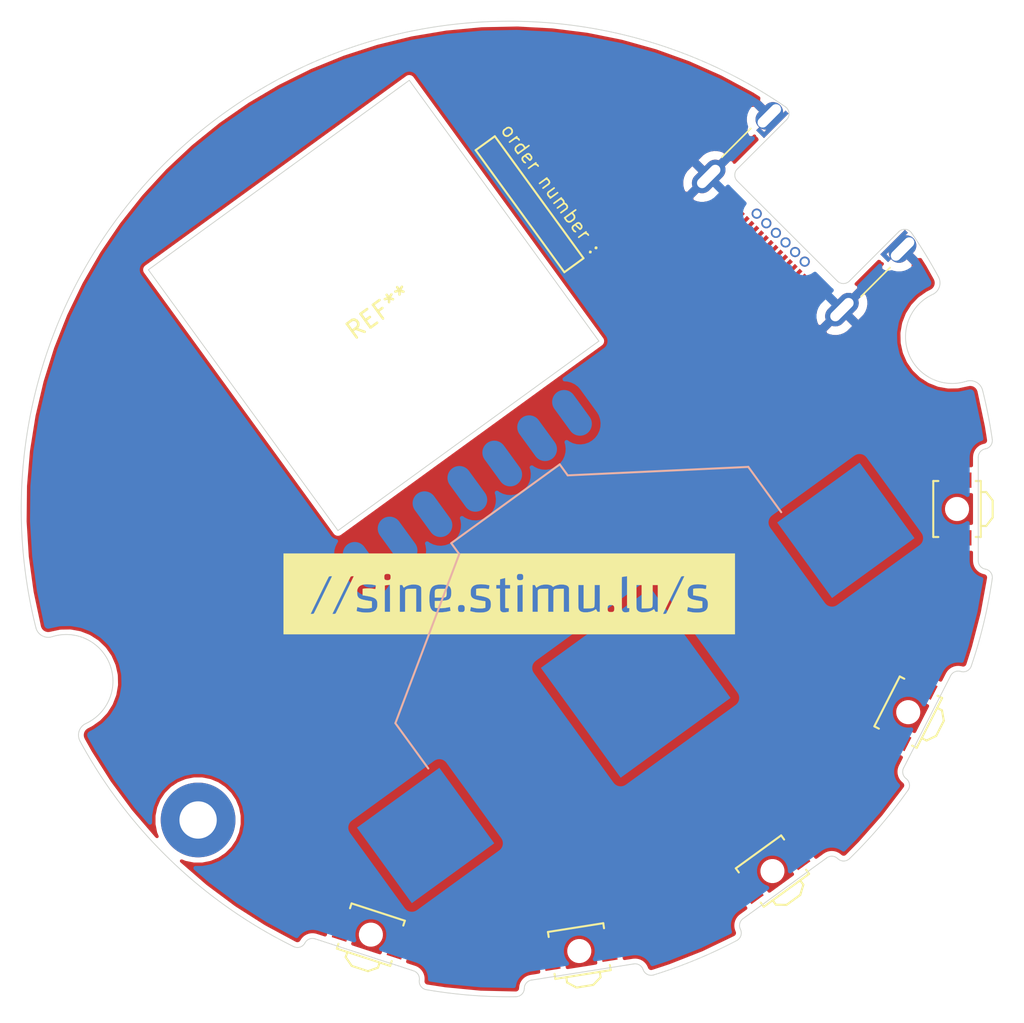
<source format=kicad_pcb>
(kicad_pcb (version 20190421) (host pcbnew "6.0.0-unknown-589a37b~86~ubuntu18.04.1")
  (layers (0 "F.Cu" signal) (31 "B.Cu" signal) (34 "B.Paste" user) (35 "F.Paste" user) (36 "B.SilkS" user) (37 "F.SilkS" user) (38 "B.Mask" user) (39 "F.Mask" user) (44 "Edge.Cuts" user))
  (net 0 "")
  (net 1 "Net-(J1-PadSH)")
  (module "0_stimulu-common:NavSpark_SPU500F8" (layer "F.Cu") (at 143.61114 96.125 36)
    (fp_text reference "REF**" (at 0.000001 0.5 36) (layer "F.SilkS"))
    (fp_text value "NavSpark_SPU500F8")
    (pad "7" smd oval (at 5.74 12 36) (size 1.4 3) (layers "B.Cu" "B.Paste" "B.Mask"))
    (pad "6" smd oval (at 3.2 12 36) (size 1.4 3) (layers "B.Cu" "B.Paste" "B.Mask"))
    (pad "5" smd oval (at 0.66 12 36) (size 1.4 3) (layers "B.Cu" "B.Paste" "B.Mask"))
    (pad "4" smd oval (at -1.88 12 36) (size 1.4 3) (layers "B.Cu" "B.Paste" "B.Mask"))
    (pad "3" smd oval (at -4.42 12 36) (size 1.4 3) (layers "B.Cu" "B.Paste" "B.Mask"))
    (pad "2" smd oval (at -6.96 12 36) (size 1.4 3) (layers "B.Cu" "B.Paste" "B.Mask"))
    (pad "1" smd oval (at -9.5 12 36) (size 1.4 3) (layers "B.Cu" "B.Paste" "B.Mask"))
  )
  (module "0_stimulu-common:sinestimulus_logo" (layer "F.Cu") (at 151.61114 113.125)
    (fp_text reference "G***" hide)
    (fp_text value "LOGO" hide)
    (fp_poly (pts (xy 0.674994 -1.183772) (xy 0.710394 -1.180937) (xy 0.738933 -1.176215) (xy 0.750706 -1.172707) (xy 0.779663 -1.157071) (xy 0.801821 -1.134525) (xy 0.817671 -1.103966) (xy 0.827702 -1.064291) (xy 0.832401 -1.014399) (xy 0.832908 -0.987425) (xy 0.830408 -0.932912) (xy 0.822599 -0.889182) (xy 0.809012 -0.855278) (xy 0.789182 -0.830244) (xy 0.76264 -0.813123) (xy 0.744711 -0.806645) (xy 0.721445 -0.802174) (xy 0.689729 -0.798934) (xy 0.653764 -0.797071) (xy 0.617753 -0.796734) (xy 0.585899 -0.79807) (xy 0.566617 -0.800374) (xy 0.527307 -0.810211) (xy 0.496681 -0.824826) (xy 0.473868 -0.845538) (xy 0.457998 -0.873669) (xy 0.448198 -0.910538) (xy 0.443599 -0.957467) (xy 0.442971 -0.987833) (xy 0.445554 -1.043284) (xy 0.453729 -1.088046) (xy 0.467966 -1.123052) (xy 0.488737 -1.149235) (xy 0.516511 -1.167526) (xy 0.537561 -1.175344) (xy 0.564015 -1.180507) (xy 0.598165 -1.183602) (xy 0.636371 -1.184676) (xy 0.674994 -1.183772)) (layer "F.Cu") (width 0.01))
    (fp_poly (pts (xy -7.129777 -1.183023) (xy -7.091367 -1.178946) (xy -7.061451 -1.171562) (xy -7.038038 -1.160389) (xy -7.020137 -1.145964) (xy -7.005286 -1.127448) (xy -6.994505 -1.104655) (xy -6.98732 -1.075582) (xy -6.983256 -1.038226) (xy -6.98184 -0.990585) (xy -6.981825 -0.98425) (xy -6.983466 -0.933326) (xy -6.988897 -0.893156) (xy -6.998882 -0.862158) (xy -7.014183 -0.838754) (xy -7.035563 -0.821361) (xy -7.063786 -0.808401) (xy -7.067323 -0.807184) (xy -7.08761 -0.802792) (xy -7.116784 -0.799483) (xy -7.151064 -0.797392) (xy -7.186673 -0.796657) (xy -7.219831 -0.797413) (xy -7.246759 -0.799797) (xy -7.25136 -0.800534) (xy -7.288517 -0.811017) (xy -7.319625 -0.82739) (xy -7.3421 -0.848089) (xy -7.349462 -0.859925) (xy -7.362382 -0.898174) (xy -7.369674 -0.945371) (xy -7.370982 -0.998909) (xy -7.370341 -1.012825) (xy -7.366804 -1.054213) (xy -7.361292 -1.085734) (xy -7.352999 -1.110168) (xy -7.341121 -1.130295) (xy -7.333608 -1.139587) (xy -7.314652 -1.157269) (xy -7.292136 -1.169945) (xy -7.26386 -1.178248) (xy -7.227627 -1.182812) (xy -7.181236 -1.184273) (xy -7.178675 -1.184275) (xy -7.129777 -1.183023)) (layer "F.Cu") (width 0.01))
    (fp_poly (pts (xy 3.170414 -0.552838) (xy 3.254073 -0.541705) (xy 3.326853 -0.52446) (xy 3.388687 -0.501135) (xy 3.43951 -0.471762) (xy 3.479255 -0.436374) (xy 3.507857 -0.395003) (xy 3.512487 -0.385457) (xy 3.527425 -0.352425) (xy 3.529119 0.357187) (xy 3.530814 1.0668) (xy 3.20675 1.0668) (xy 3.20675 -0.293334) (xy 2.986087 -0.290367) (xy 2.919988 -0.289345) (xy 2.865196 -0.288119) (xy 2.820318 -0.286539) (xy 2.783961 -0.284452) (xy 2.754732 -0.281708) (xy 2.731238 -0.278154) (xy 2.712086 -0.273639) (xy 2.695882 -0.268011) (xy 2.681235 -0.261119) (xy 2.672492 -0.256243) (xy 2.647137 -0.234949) (xy 2.626814 -0.205181) (xy 2.616301 -0.178547) (xy 2.615142 -0.16789) (xy 2.614089 -0.144854) (xy 2.613146 -0.10976) (xy 2.612315 -0.062931) (xy 2.611601 -0.004687) (xy 2.611006 0.064651) (xy 2.610534 0.14476) (xy 2.610188 0.235321) (xy 2.609971 0.336012) (xy 2.609886 0.446512) (xy 2.609885 0.455612) (xy 2.60985 1.0668) (xy 2.286 1.0668) (xy 2.286 -0.2921) (xy 2.103437 -0.292048) (xy 2.023369 -0.291579) (xy 1.954971 -0.290039) (xy 1.897241 -0.287157) (xy 1.849173 -0.282662) (xy 1.809765 -0.276282) (xy 1.778013 -0.267746) (xy 1.752911 -0.256784) (xy 1.733457 -0.243123) (xy 1.718647 -0.226493) (xy 1.707477 -0.206621) (xy 1.698942 -0.183238) (xy 1.698781 -0.182697) (xy 1.697139 -0.175867) (xy 1.695688 -0.166605) (xy 1.694419 -0.154145) (xy 1.69332 -0.137723) (xy 1.692378 -0.116575) (xy 1.691583 -0.089935) (xy 1.690922 -0.05704) (xy 1.690385 -0.017124) (xy 1.689959 0.030576) (xy 1.689634 0.086826) (xy 1.689397 0.15239) (xy 1.689238 0.228033) (xy 1.689143 0.31452) (xy 1.689103 0.412614) (xy 1.6891 0.458352) (xy 1.6891 1.0668) (xy 1.36525 1.0668) (xy 1.36525 -0.52705) (xy 1.515765 -0.52705) (xy 1.556395 -0.4509) (xy 1.574851 -0.417263) (xy 1.588925 -0.39416) (xy 1.599495 -0.380565) (xy 1.607438 -0.375454) (xy 1.613633 -0.377801) (xy 1.616137 -0.381102) (xy 1.625127 -0.389902) (xy 1.642969 -0.403118) (xy 1.66727 -0.419257) (xy 1.695639 -0.436829) (xy 1.725685 -0.454343) (xy 1.755017 -0.470307) (xy 1.776011 -0.480794) (xy 1.851302 -0.510644) (xy 1.935089 -0.533365) (xy 2.02513 -0.548612) (xy 2.119186 -0.556042) (xy 2.215016 -0.555309) (xy 2.247051 -0.553184) (xy 2.324689 -0.54425) (xy 2.391363 -0.530797) (xy 2.448111 -0.512459) (xy 2.495969 -0.488874) (xy 2.535976 -0.459676) (xy 2.549427 -0.44694) (xy 2.581445 -0.414406) (xy 2.603115 -0.429253) (xy 2.669122 -0.467819) (xy 2.744404 -0.500019) (xy 2.827011 -0.525429) (xy 2.91499 -0.543624) (xy 3.006393 -0.55418) (xy 3.099268 -0.55667) (xy 3.170414 -0.552838)) (layer "F.Cu") (width 0.01))
    (fp_poly (pts (xy 0.8001 1.0668) (xy 0.47625 1.0668) (xy 0.47625 -0.501075) (xy 0.496887 -0.504898) (xy 0.509097 -0.506929) (xy 0.531736 -0.510476) (xy 0.562669 -0.515214) (xy 0.59976 -0.520817) (xy 0.640872 -0.526958) (xy 0.658812 -0.529618) (xy 0.8001 -0.550515) (xy 0.8001 1.0668)) (layer "F.Cu") (width 0.01))
    (fp_poly (pts (xy -5.534693 -0.553198) (xy -5.453269 -0.543205) (xy -5.383068 -0.528094) (xy -5.323585 -0.507618) (xy -5.274313 -0.481533) (xy -5.234748 -0.449591) (xy -5.204384 -0.411547) (xy -5.19036 -0.385663) (xy -5.172075 -0.346075) (xy -5.170354 0.360362) (xy -5.168633 1.0668) (xy -5.49275 1.0668) (xy -5.49275 -0.293274) (xy -5.729288 -0.290377) (xy -5.796541 -0.289447) (xy -5.852462 -0.288367) (xy -5.898418 -0.287003) (xy -5.935778 -0.285221) (xy -5.965909 -0.282888) (xy -5.990178 -0.27987) (xy -6.009954 -0.276033) (xy -6.026604 -0.271244) (xy -6.041496 -0.26537) (xy -6.055557 -0.258507) (xy -6.082404 -0.238348) (xy -6.104612 -0.210122) (xy -6.116224 -0.185541) (xy -6.11764 -0.178563) (xy -6.118914 -0.165998) (xy -6.120057 -0.147223) (xy -6.121078 -0.121617) (xy -6.121986 -0.088558) (xy -6.122792 -0.047424) (xy -6.123504 0.002408) (xy -6.124134 0.061558) (xy -6.12469 0.130649) (xy -6.125182 0.210304) (xy -6.125621 0.301143) (xy -6.126014 0.403788) (xy -6.126175 0.452437) (xy -6.128114 1.0668) (xy -6.4516 1.0668) (xy -6.4516 -0.527441) (xy -6.373817 -0.525658) (xy -6.296033 -0.523875) (xy -6.254754 -0.446973) (xy -6.213475 -0.37007) (xy -6.170383 -0.400411) (xy -6.122265 -0.431259) (xy -6.068178 -0.460906) (xy -6.013263 -0.486721) (xy -5.96621 -0.504898) (xy -5.876438 -0.529743) (xy -5.779849 -0.546819) (xy -5.679966 -0.555731) (xy -5.580313 -0.556087) (xy -5.534693 -0.553198)) (layer "F.Cu") (width 0.01))
    (fp_poly (pts (xy -7.01675 1.0668) (xy -7.3406 1.0668) (xy -7.3406 0.282575) (xy -7.340588 0.183897) (xy -7.340551 0.088805) (xy -7.340492 -0.001937) (xy -7.340411 -0.087563) (xy -7.340311 -0.167309) (xy -7.340193 -0.240408) (xy -7.340059 -0.306096) (xy -7.33991 -0.363608) (xy -7.339747 -0.412179) (xy -7.339573 -0.451043) (xy -7.339389 -0.479435) (xy -7.339195 -0.49659) (xy -7.339013 -0.50179) (xy -7.332567 -0.502728) (xy -7.315248 -0.505297) (xy -7.288741 -0.509245) (xy -7.254731 -0.51432) (xy -7.214906 -0.520272) (xy -7.177088 -0.52593) (xy -7.01675 -0.54993) (xy -7.01675 1.0668)) (layer "F.Cu") (width 0.01))
    (fp_poly (pts (xy 6.027319 0.650986) (xy 6.053089 0.651603) (xy 6.071805 0.653155) (xy 6.086291 0.656067) (xy 6.09937 0.660767) (xy 6.113866 0.667682) (xy 6.118538 0.67006) (xy 6.141026 0.682846) (xy 6.156018 0.695754) (xy 6.167988 0.713155) (xy 6.173795 0.724035) (xy 6.188432 0.763138) (xy 6.197616 0.810747) (xy 6.200982 0.86373) (xy 6.198164 0.918958) (xy 6.197356 0.925884) (xy 6.189156 0.972965) (xy 6.176899 1.009344) (xy 6.159344 1.036702) (xy 6.13525 1.056719) (xy 6.103375 1.071076) (xy 6.08648 1.076056) (xy 6.054045 1.081763) (xy 6.01429 1.08472) (xy 5.971961 1.084926) (xy 5.931804 1.082382) (xy 5.898565 1.07709) (xy 5.894346 1.076026) (xy 5.860239 1.063849) (xy 5.833345 1.046904) (xy 5.81306 1.023943) (xy 5.798783 0.993719) (xy 5.789911 0.954983) (xy 5.785839 0.906487) (xy 5.785833 0.851495) (xy 5.786982 0.815954) (xy 5.788493 0.790134) (xy 5.790878 0.771059) (xy 5.794646 0.755752) (xy 5.800306 0.741235) (xy 5.807168 0.726932) (xy 5.819189 0.704974) (xy 5.831085 0.690433) (xy 5.847244 0.67892) (xy 5.864225 0.669925) (xy 5.879892 0.662363) (xy 5.893336 0.657124) (xy 5.907401 0.653781) (xy 5.92493 0.651909) (xy 5.948766 0.651083) (xy 5.981755 0.650878) (xy 5.991673 0.650875) (xy 6.027319 0.650986)) (layer "F.Cu") (width 0.01))
    (fp_poly (pts (xy -2.786973 0.650993) (xy -2.761213 0.651633) (xy -2.742439 0.653224) (xy -2.727795 0.656194) (xy -2.714423 0.660972) (xy -2.699468 0.667986) (xy -2.695575 0.669925) (xy -2.672372 0.682911) (xy -2.656792 0.696128) (xy -2.644376 0.713717) (xy -2.640068 0.721456) (xy -2.62597 0.757036) (xy -2.616336 0.801103) (xy -2.611702 0.85007) (xy -2.612604 0.900347) (xy -2.612881 0.903736) (xy -2.620054 0.956443) (xy -2.631916 0.998246) (xy -2.649081 1.030272) (xy -2.672162 1.053644) (xy -2.701773 1.069488) (xy -2.703704 1.0702) (xy -2.725354 1.075442) (xy -2.75598 1.07956) (xy -2.79189 1.082385) (xy -2.829397 1.083749) (xy -2.86481 1.083486) (xy -2.894441 1.081428) (xy -2.907093 1.079438) (xy -2.94644 1.067126) (xy -2.976379 1.047986) (xy -2.999055 1.020465) (xy -3.006057 1.007801) (xy -3.014179 0.99031) (xy -3.019723 0.974088) (xy -3.023341 0.955723) (xy -3.025685 0.931801) (xy -3.027407 0.898909) (xy -3.027558 0.895279) (xy -3.028085 0.835022) (xy -3.02394 0.785523) (xy -3.0147 0.745574) (xy -2.999939 0.713964) (xy -2.979232 0.689484) (xy -2.952154 0.670922) (xy -2.947996 0.668808) (xy -2.932738 0.661647) (xy -2.919288 0.656697) (xy -2.904802 0.653552) (xy -2.886436 0.651804) (xy -2.861344 0.651048) (xy -2.826682 0.650875) (xy -2.822575 0.650875) (xy -2.786973 0.650993)) (layer "F.Cu") (width 0.01))
    (fp_poly (pts (xy 7.646851 -0.525572) (xy 7.807325 -0.523875) (xy 7.80894 0.164203) (xy 7.810556 0.852282) (xy 8.04389 0.849144) (xy 8.108583 0.848173) (xy 8.161918 0.847123) (xy 8.205235 0.845925) (xy 8.239878 0.844516) (xy 8.267188 0.842827) (xy 8.288505 0.840794) (xy 8.305173 0.838349) (xy 8.31771 0.83564) (xy 8.357025 0.823167) (xy 8.385916 0.807556) (xy 8.406612 0.78675) (xy 8.421344 0.758689) (xy 8.429646 0.732319) (xy 8.431261 0.724678) (xy 8.432687 0.714403) (xy 8.433935 0.70073) (xy 8.435018 0.6829) (xy 8.435945 0.660151) (xy 8.436728 0.631722) (xy 8.437378 0.59685) (xy 8.437907 0.554776) (xy 8.438325 0.504738) (xy 8.438644 0.445974) (xy 8.438874 0.377724) (xy 8.439028 0.299226) (xy 8.439116 0.209719) (xy 8.439148 0.108441) (xy 8.43915 0.08439) (xy 8.43915 -0.52705) (xy 8.763 -0.52705) (xy 8.763 1.06719) (xy 8.685212 1.065407) (xy 8.607425 1.063625) (xy 8.568858 0.992249) (xy 8.554042 0.965054) (xy 8.541282 0.942052) (xy 8.531838 0.925485) (xy 8.526968 0.917593) (xy 8.526743 0.917327) (xy 8.520284 0.919041) (xy 8.50626 0.926735) (xy 8.487357 0.938891) (xy 8.481483 0.942938) (xy 8.401847 0.991243) (xy 8.313471 1.031199) (xy 8.217538 1.062387) (xy 8.115225 1.08439) (xy 8.061067 1.091928) (xy 8.023735 1.095064) (xy 7.979393 1.096987) (xy 7.931231 1.09773) (xy 7.882439 1.097325) (xy 7.836208 1.095806) (xy 7.795727 1.093204) (xy 7.764186 1.089552) (xy 7.760038 1.088846) (xy 7.6936 1.073042) (xy 7.637692 1.051208) (xy 7.591297 1.022608) (xy 7.5534 0.986503) (xy 7.522984 0.942155) (xy 7.504539 0.903208) (xy 7.489825 0.866775) (xy 7.488101 0.169753) (xy 7.486378 -0.527269) (xy 7.646851 -0.525572)) (layer "F.Cu") (width 0.01))
    (fp_poly (pts (xy 6.948466 -0.110241) (xy 6.950075 0.828675) (xy 7.018023 0.835239) (xy 7.046069 0.838218) (xy 7.069152 0.841177) (xy 7.084513 0.84373) (xy 7.089368 0.845201) (xy 7.089963 0.852361) (xy 7.089411 0.869948) (xy 7.087838 0.895751) (xy 7.085371 0.927562) (xy 7.083408 0.949762) (xy 7.080219 0.984626) (xy 7.077488 1.015248) (xy 7.075415 1.039299) (xy 7.074204 1.054453) (xy 7.073975 1.058333) (xy 7.067945 1.064417) (xy 7.051418 1.070978) (xy 7.026566 1.077594) (xy 6.995561 1.083843) (xy 6.960575 1.089305) (xy 6.923778 1.093556) (xy 6.887343 1.096176) (xy 6.87705 1.096573) (xy 6.84213 1.097352) (xy 6.816397 1.097003) (xy 6.79636 1.095165) (xy 6.77853 1.091476) (xy 6.759416 1.085576) (xy 6.754588 1.083908) (xy 6.710837 1.062853) (xy 6.676273 1.033297) (xy 6.650614 0.994891) (xy 6.633575 0.947287) (xy 6.629968 0.93044) (xy 6.628903 0.919421) (xy 6.627932 0.898255) (xy 6.627055 0.866729) (xy 6.626268 0.824628) (xy 6.625572 0.771739) (xy 6.624963 0.707847) (xy 6.624442 0.632737) (xy 6.624005 0.546197) (xy 6.623653 0.448011) (xy 6.623382 0.337966) (xy 6.623193 0.215848) (xy 6.623082 0.081442) (xy 6.62305 -0.053946) (xy 6.62305 -1.000908) (xy 6.764337 -1.021448) (xy 6.806505 -1.027604) (xy 6.845546 -1.033351) (xy 6.879322 -1.038372) (xy 6.905697 -1.042347) (xy 6.922534 -1.044959) (xy 6.926241 -1.045572) (xy 6.946857 -1.049156) (xy 6.948466 -0.110241)) (layer "F.Cu") (width 0.01))
    (fp_poly (pts (xy 4.38785 0.85236) (xy 4.624387 0.849122) (xy 4.691873 0.848088) (xy 4.748018 0.846915) (xy 4.794182 0.845469) (xy 4.831724 0.843618) (xy 4.862004 0.841229) (xy 4.88638 0.838169) (xy 4.906212 0.834307) (xy 4.922859 0.82951) (xy 4.937682 0.823645) (xy 4.950656 0.817306) (xy 4.977502 0.797147) (xy 4.999711 0.768922) (xy 5.011326 0.74434) (xy 5.012731 0.737412) (xy 5.013997 0.724927) (xy 5.015132 0.706267) (xy 5.016147 0.680812) (xy 5.017052 0.647945) (xy 5.017854 0.607048) (xy 5.018565 0.557501) (xy 5.019194 0.498687) (xy 5.019749 0.429988) (xy 5.020241 0.350785) (xy 5.020679 0.260459) (xy 5.021072 0.158393) (xy 5.021274 0.096837) (xy 5.023208 -0.52705) (xy 5.3467 -0.52705) (xy 5.3467 1.0668) (xy 5.191037 1.0668) (xy 5.154395 0.998537) (xy 5.139748 0.971361) (xy 5.126957 0.947831) (xy 5.117398 0.930465) (xy 5.112447 0.921783) (xy 5.107246 0.919136) (xy 5.097073 0.92235) (xy 5.080117 0.932223) (xy 5.063408 0.943411) (xy 4.986991 0.989335) (xy 4.901782 1.028389) (xy 4.810235 1.0596) (xy 4.714803 1.081999) (xy 4.7117 1.082561) (xy 4.677261 1.087372) (xy 4.634507 1.091222) (xy 4.586203 1.094062) (xy 4.535117 1.095844) (xy 4.484016 1.096517) (xy 4.435668 1.096032) (xy 4.39284 1.09434) (xy 4.3583 1.091392) (xy 4.3434 1.089134) (xy 4.276332 1.072886) (xy 4.220187 1.051459) (xy 4.173968 1.02406) (xy 4.136678 0.989894) (xy 4.107322 0.948168) (xy 4.084902 0.898089) (xy 4.078402 0.878081) (xy 4.076662 0.871469) (xy 4.075109 0.863481) (xy 4.07373 0.853377) (xy 4.072512 0.840417) (xy 4.071441 0.823863) (xy 4.070505 0.802975) (xy 4.069689 0.777014) (xy 4.068982 0.745241) (xy 4.068369 0.706917) (xy 4.067838 0.661302) (xy 4.067375 0.607657) (xy 4.066967 0.545244) (xy 4.0666 0.473323) (xy 4.066263 0.391155) (xy 4.06594 0.298) (xy 4.06562 0.193119) (xy 4.065517 0.157162) (xy 4.063567 -0.52705) (xy 4.38785 -0.52705) (xy 4.38785 0.85236)) (layer "F.Cu") (width 0.01))
    (fp_poly (pts (xy -0.2286 -0.52705) (xy 0.0508 -0.52705) (xy 0.0508 -0.29845) (xy -0.2286 -0.29845) (xy -0.2286 0.825258) (xy -0.214313 0.8285) (xy -0.203063 0.830036) (xy -0.181803 0.832065) (xy -0.153204 0.834363) (xy -0.119936 0.836704) (xy -0.105843 0.837608) (xy -0.072555 0.839896) (xy -0.043939 0.84227) (xy -0.02231 0.844505) (xy -0.009984 0.846379) (xy -0.008076 0.847057) (xy -0.007351 0.854268) (xy -0.007599 0.871981) (xy -0.008733 0.898046) (xy -0.010663 0.930309) (xy -0.012614 0.957713) (xy -0.020735 1.064786) (xy -0.107205 1.079253) (xy -0.15334 1.085878) (xy -0.20226 1.090998) (xy -0.251499 1.094526) (xy -0.298592 1.096373) (xy -0.341075 1.096453) (xy -0.376481 1.094677) (xy -0.402346 1.090957) (xy -0.4064 1.089902) (xy -0.428959 1.082288) (xy -0.450074 1.073569) (xy -0.454886 1.071214) (xy -0.478599 1.054049) (xy -0.502445 1.028652) (xy -0.523162 0.999028) (xy -0.537095 0.970281) (xy -0.539118 0.964265) (xy -0.540908 0.957545) (xy -0.542482 0.949337) (xy -0.543856 0.938856) (xy -0.545049 0.925317) (xy -0.546076 0.907937) (xy -0.546954 0.88593) (xy -0.5477 0.858512) (xy -0.54833 0.824899) (xy -0.548863 0.784306) (xy -0.549313 0.735949) (xy -0.549699 0.679043) (xy -0.550036 0.612803) (xy -0.550342 0.536446) (xy -0.550633 0.449186) (xy -0.550926 0.350239) (xy -0.551015 0.319087) (xy -0.552754 -0.29845) (xy -0.7747 -0.29845) (xy -0.7747 -0.52705) (xy -0.55245 -0.52705) (xy -0.55245 -0.863111) (xy -0.528638 -0.869387) (xy -0.515554 -0.872752) (xy -0.492314 -0.878643) (xy -0.461082 -0.886515) (xy -0.424025 -0.895822) (xy -0.38331 -0.906019) (xy -0.366713 -0.910168) (xy -0.2286 -0.944672) (xy -0.2286 -0.52705)) (layer "F.Cu") (width 0.01))
    (fp_poly (pts (xy -3.917633 -0.552559) (xy -3.827278 -0.546719) (xy -3.747821 -0.536848) (xy -3.678593 -0.522641) (xy -3.618928 -0.503792) (xy -3.568158 -0.479997) (xy -3.525617 -0.45095) (xy -3.490637 -0.416346) (xy -3.462551 -0.375879) (xy -3.440693 -0.329245) (xy -3.426141 -0.2831) (xy -3.414058 -0.221531) (xy -3.407021 -0.15244) (xy -3.404901 -0.078978) (xy -3.407566 -0.004298) (xy -3.414885 0.068449) (xy -3.426727 0.136112) (xy -3.442961 0.195538) (xy -3.446442 0.205395) (xy -3.470238 0.252739) (xy -3.50454 0.293774) (xy -3.549528 0.328622) (xy -3.605381 0.357408) (xy -3.672278 0.380253) (xy -3.71565 0.390714) (xy -3.74872 0.396405) (xy -3.792747 0.402038) (xy -3.845987 0.407502) (xy -3.906695 0.412685) (xy -3.973129 0.417472) (xy -4.043544 0.421753) (xy -4.116198 0.425415) (xy -4.189346 0.428345) (xy -4.261244 0.430432) (xy -4.33015 0.431561) (xy -4.351432 0.431703) (xy -4.375339 0.4318) (xy -4.373657 0.620712) (xy -4.371975 0.809625) (xy -4.318 0.820514) (xy -4.281748 0.826421) (xy -4.236131 0.831716) (xy -4.18448 0.836192) (xy -4.130124 0.839643) (xy -4.076392 0.841865) (xy -4.026615 0.842652) (xy -3.984121 0.841797) (xy -3.978275 0.841497) (xy -3.904851 0.836611) (xy -3.838257 0.830438) (xy -3.774496 0.822423) (xy -3.709572 0.812012) (xy -3.639487 0.798652) (xy -3.582613 0.786685) (xy -3.550422 0.779884) (xy -3.522927 0.774418) (xy -3.502367 0.770703) (xy -3.490982 0.76916) (xy -3.48946 0.769273) (xy -3.487824 0.775758) (xy -3.484467 0.792339) (xy -3.479826 0.816597) (xy -3.474338 0.84611) (xy -3.46844 0.878461) (xy -3.462569 0.911229) (xy -3.45716 0.941995) (xy -3.452652 0.968338) (xy -3.449479 0.98784) (xy -3.448081 0.998081) (xy -3.44805 0.998708) (xy -3.454106 1.005441) (xy -3.471322 1.013534) (xy -3.498273 1.02265) (xy -3.533533 1.032457) (xy -3.575674 1.042619) (xy -3.623272 1.052804) (xy -3.6749 1.062676) (xy -3.729133 1.071902) (xy -3.784543 1.080147) (xy -3.81 1.083515) (xy -3.840321 1.086532) (xy -3.879634 1.0892) (xy -3.925674 1.091478) (xy -3.976174 1.093324) (xy -4.028866 1.094696) (xy -4.081485 1.095553) (xy -4.131764 1.095851) (xy -4.177436 1.095551) (xy -4.216234 1.09461) (xy -4.245892 1.092986) (xy -4.257675 1.091761) (xy -4.332697 1.078724) (xy -4.397307 1.061119) (xy -4.453196 1.038226) (xy -4.502056 1.009326) (xy -4.545578 0.973699) (xy -4.553639 0.965855) (xy -4.589128 0.925411) (xy -4.619064 0.879976) (xy -4.644045 0.828073) (xy -4.664667 0.768225) (xy -4.68153 0.698956) (xy -4.69523 0.618788) (xy -4.695807 0.614724) (xy -4.702454 0.556114) (xy -4.707488 0.488008) (xy -4.71091 0.41309) (xy -4.71272 0.334044) (xy -4.712916 0.253554) (xy -4.712256 0.216647) (xy -4.375823 0.216647) (xy -4.104024 0.214405) (xy -4.036627 0.213797) (xy -3.980684 0.213151) (xy -3.934953 0.212413) (xy -3.898186 0.211528) (xy -3.869141 0.210444) (xy -3.846572 0.209105) (xy -3.829234 0.207458) (xy -3.815882 0.205448) (xy -3.805272 0.203022) (xy -3.799189 0.201174) (xy -3.760003 0.182804) (xy -3.73057 0.156712) (xy -3.712258 0.127209) (xy -3.708494 0.118327) (xy -3.705486 0.108796) (xy -3.703127 0.097085) (xy -3.701313 0.081664) (xy -3.699938 0.061003) (xy -3.698895 0.033572) (xy -3.69808 -0.002159) (xy -3.697388 -0.047722) (xy -3.696799 -0.096838) (xy -3.694598 -0.2921) (xy -3.925337 -0.291904) (xy -4.006375 -0.291584) (xy -4.075768 -0.290638) (xy -4.134564 -0.288865) (xy -4.183811 -0.286065) (xy -4.224557 -0.282035) (xy -4.257849 -0.276576) (xy -4.284736 -0.269486) (xy -4.306266 -0.260564) (xy -4.323486 -0.24961) (xy -4.337445 -0.236423) (xy -4.34919 -0.220801) (xy -4.3561 -0.209305) (xy -4.360527 -0.201184) (xy -4.364057 -0.193364) (xy -4.366808 -0.184346) (xy -4.368897 -0.172634) (xy -4.370441 -0.156729) (xy -4.371557 -0.135135) (xy -4.372364 -0.106355) (xy -4.372977 -0.06889) (xy -4.373515 -0.021244) (xy -4.373899 0.017836) (xy -4.375823 0.216647) (xy -4.712256 0.216647) (xy -4.711498 0.174304) (xy -4.708466 0.098979) (xy -4.70382 0.030263) (xy -4.69756 -0.029161) (xy -4.695885 -0.041275) (xy -4.678783 -0.13448) (xy -4.656052 -0.216668) (xy -4.627308 -0.288388) (xy -4.592168 -0.350188) (xy -4.550248 -0.402619) (xy -4.501165 -0.446229) (xy -4.444535 -0.481568) (xy -4.379974 -0.509183) (xy -4.365677 -0.513956) (xy -4.32056 -0.527163) (xy -4.276141 -0.537418) (xy -4.230003 -0.545007) (xy -4.179725 -0.550213) (xy -4.122886 -0.553322) (xy -4.057069 -0.554618) (xy -4.01955 -0.554674) (xy -3.917633 -0.552559)) (layer "F.Cu") (width 0.01))
    (fp_poly (pts (xy 11.191558 -0.569697) (xy 11.283138 -0.564303) (xy 11.374064 -0.554527) (xy 11.41275 -0.548912) (xy 11.451295 -0.542414) (xy 11.490659 -0.535012) (xy 11.528802 -0.527174) (xy 11.56368 -0.519367) (xy 11.593254 -0.51206) (xy 11.615481 -0.50572) (xy 11.62832 -0.500817) (xy 11.630624 -0.498954) (xy 11.630259 -0.490851) (xy 11.627759 -0.472845) (xy 11.623593 -0.447412) (xy 11.61823 -0.417027) (xy 11.612139 -0.384167) (xy 11.60579 -0.351307) (xy 11.599652 -0.320924) (xy 11.594193 -0.295494) (xy 11.589884 -0.277492) (xy 11.587193 -0.269394) (xy 11.587097 -0.269281) (xy 11.579765 -0.269018) (xy 11.562953 -0.2712) (xy 11.539549 -0.275399) (xy 11.524248 -0.278559) (xy 11.452008 -0.292623) (xy 11.382761 -0.302662) (xy 11.312408 -0.309076) (xy 11.23685 -0.312264) (xy 11.172825 -0.312771) (xy 11.126229 -0.312026) (xy 11.076855 -0.310251) (xy 11.026959 -0.307619) (xy 10.978799 -0.304302) (xy 10.93463 -0.300471) (xy 10.896712 -0.296299) (xy 10.867299 -0.291957) (xy 10.850562 -0.288229) (xy 10.847333 -0.286449) (xy 10.844794 -0.282353) (xy 10.842864 -0.274562) (xy 10.84146 -0.2617) (xy 10.8405 -0.242387) (xy 10.839902 -0.215246) (xy 10.839583 -0.178899) (xy 10.839462 -0.131968) (xy 10.83945 -0.101997) (xy 10.83945 0.0809) (xy 10.914062 0.091889) (xy 10.975448 0.101418) (xy 11.040937 0.112445) (xy 11.107596 0.124418) (xy 11.172496 0.136784) (xy 11.232702 0.148987) (xy 11.285286 0.160475) (xy 11.315777 0.167742) (xy 11.40002 0.191241) (xy 11.472383 0.21711) (xy 11.533591 0.24618) (xy 11.584371 0.27928) (xy 11.625449 0.31724) (xy 11.657549 0.36089) (xy 11.681399 0.411058) (xy 11.697724 0.468575) (xy 11.70725 0.53427) (xy 11.710703 0.608972) (xy 11.710744 0.619125) (xy 11.70696 0.70473) (xy 11.695385 0.780952) (xy 11.675638 0.848187) (xy 11.647339 0.906829) (xy 11.610105 0.957273) (xy 11.563556 0.999914) (xy 11.507312 1.035147) (xy 11.44099 1.063367) (xy 11.364212 1.084969) (xy 11.276594 1.100348) (xy 11.242675 1.1044) (xy 11.176461 1.109789) (xy 11.103229 1.112918) (xy 11.028478 1.113669) (xy 10.957708 1.111925) (xy 10.937875 1.110886) (xy 10.835861 1.1015) (xy 10.728883 1.085698) (xy 10.622319 1.064432) (xy 10.521548 1.038654) (xy 10.509205 1.035036) (xy 10.485504 1.027362) (xy 10.472153 1.021154) (xy 10.467084 1.01522) (xy 10.467271 1.010875) (xy 10.469443 1.001452) (xy 10.473612 0.981728) (xy 10.479336 0.953868) (xy 10.48617 0.920034) (xy 10.493617 0.88265) (xy 10.500965 0.845805) (xy 10.507507 0.813533) (xy 10.51284 0.787786) (xy 10.516558 0.77052) (xy 10.518255 0.763689) (xy 10.518274 0.763662) (xy 10.524465 0.764929) (xy 10.539846 0.769596) (xy 10.561647 0.776798) (xy 10.573204 0.780772) (xy 10.655069 0.806728) (xy 10.735008 0.826547) (xy 10.816513 0.840837) (xy 10.903074 0.850208) (xy 10.998184 0.855266) (xy 11.001479 0.855365) (xy 11.074389 0.85642) (xy 11.138061 0.854758) (xy 11.195716 0.850113) (xy 11.250577 0.842219) (xy 11.305866 0.830809) (xy 11.309971 0.829839) (xy 11.369675 0.815628) (xy 11.371357 0.630638) (xy 11.37304 0.445648) (xy 11.349132 0.441968) (xy 11.334901 0.439793) (xy 11.310785 0.436124) (xy 11.279453 0.431367) (xy 11.243576 0.425927) (xy 11.217275 0.421943) (xy 11.106268 0.40419) (xy 11.007294 0.386252) (xy 10.919688 0.367854) (xy 10.842783 0.348722) (xy 10.775912 0.328583) (xy 10.71841 0.307163) (xy 10.66961 0.284188) (xy 10.628847 0.259384) (xy 10.595453 0.232477) (xy 10.568762 0.203194) (xy 10.548109 0.17126) (xy 10.534609 0.141307) (xy 10.522748 0.100782) (xy 10.513377 0.051016) (xy 10.506727 -0.004732) (xy 10.503029 -0.063205) (xy 10.502515 -0.121144) (xy 10.505417 -0.175292) (xy 10.509662 -0.20955) (xy 10.526738 -0.281377) (xy 10.553478 -0.345007) (xy 10.589952 -0.400521) (xy 10.636234 -0.448) (xy 10.692393 -0.487523) (xy 10.758503 -0.519171) (xy 10.797882 -0.532865) (xy 10.861004 -0.548555) (xy 10.934048 -0.560138) (xy 11.014898 -0.567559) (xy 11.10144 -0.570764) (xy 11.191558 -0.569697)) (layer "F.Cu") (width 0.01))
    (fp_poly (pts (xy -1.61731 -0.569543) (xy -1.538639 -0.566269) (xy -1.461605 -0.560338) (xy -1.389012 -0.551783) (xy -1.3698 -0.548912) (xy -1.331254 -0.542414) (xy -1.291889 -0.535012) (xy -1.253747 -0.527173) (xy -1.218869 -0.519366) (xy -1.189296 -0.512059) (xy -1.16707 -0.50572) (xy -1.154232 -0.500817) (xy -1.15193 -0.498954) (xy -1.15232 -0.490914) (xy -1.154847 -0.472965) (xy -1.15904 -0.447578) (xy -1.164428 -0.417224) (xy -1.170543 -0.384376) (xy -1.176913 -0.351505) (xy -1.183068 -0.321082) (xy -1.188538 -0.295579) (xy -1.192853 -0.277468) (xy -1.195543 -0.269221) (xy -1.195665 -0.269069) (xy -1.202902 -0.268897) (xy -1.219635 -0.271148) (xy -1.242985 -0.275388) (xy -1.258302 -0.278559) (xy -1.330542 -0.292623) (xy -1.399789 -0.302662) (xy -1.470142 -0.309076) (xy -1.5457 -0.312264) (xy -1.609725 -0.312771) (xy -1.656321 -0.312026) (xy -1.705695 -0.310251) (xy -1.755591 -0.307619) (xy -1.803751 -0.304302) (xy -1.84792 -0.300471) (xy -1.885838 -0.296299) (xy -1.915251 -0.291957) (xy -1.931988 -0.288229) (xy -1.935217 -0.286449) (xy -1.937756 -0.282353) (xy -1.939686 -0.274562) (xy -1.94109 -0.2617) (xy -1.94205 -0.242387) (xy -1.942648 -0.215246) (xy -1.942967 -0.178899) (xy -1.943088 -0.131968) (xy -1.9431 -0.101997) (xy -1.9431 0.0809) (xy -1.868488 0.091889) (xy -1.807102 0.101418) (xy -1.741613 0.112445) (xy -1.674954 0.124418) (xy -1.610054 0.136784) (xy -1.549848 0.148987) (xy -1.497264 0.160475) (xy -1.466773 0.167742) (xy -1.382618 0.191215) (xy -1.310342 0.217059) (xy -1.24922 0.246111) (xy -1.198524 0.27921) (xy -1.157527 0.317194) (xy -1.125502 0.360901) (xy -1.101722 0.41117) (xy -1.08546 0.468839) (xy -1.075989 0.534747) (xy -1.072581 0.609732) (xy -1.072549 0.6223) (xy -1.076286 0.706437) (xy -1.087237 0.780612) (xy -1.10569 0.845505) (xy -1.131933 0.9018) (xy -1.166254 0.950178) (xy -1.20894 0.99132) (xy -1.236842 1.011609) (xy -1.299054 1.046094) (xy -1.368887 1.072359) (xy -1.421252 1.085806) (xy -1.48688 1.097372) (xy -1.561616 1.106043) (xy -1.642155 1.111623) (xy -1.725196 1.113917) (xy -1.807435 1.112727) (xy -1.844675 1.110921) (xy -1.94713 1.101454) (xy -2.054494 1.085553) (xy -2.161352 1.064176) (xy -2.262288 1.038282) (xy -2.273345 1.035036) (xy -2.297046 1.027362) (xy -2.310397 1.021154) (xy -2.315466 1.01522) (xy -2.315279 1.010875) (xy -2.313107 1.001452) (xy -2.308938 0.981728) (xy -2.303214 0.953868) (xy -2.29638 0.920034) (xy -2.288933 0.88265) (xy -2.281598 0.845825) (xy -2.275087 0.813588) (xy -2.269801 0.787889) (xy -2.266141 0.770678) (xy -2.264509 0.763904) (xy -2.264492 0.763878) (xy -2.258392 0.765218) (xy -2.243066 0.769895) (xy -2.221272 0.777047) (xy -2.209563 0.781025) (xy -2.12736 0.806826) (xy -2.047737 0.826509) (xy -1.967064 0.840705) (xy -1.881712 0.850041) (xy -1.788051 0.855149) (xy -1.781071 0.855365) (xy -1.708161 0.85642) (xy -1.644489 0.854758) (xy -1.586834 0.850113) (xy -1.531973 0.842219) (xy -1.476684 0.830809) (xy -1.472579 0.829839) (xy -1.412875 0.815628) (xy -1.411193 0.630638) (xy -1.40951 0.445648) (xy -1.433418 0.441968) (xy -1.447649 0.439793) (xy -1.471765 0.436124) (xy -1.503097 0.431367) (xy -1.538974 0.425927) (xy -1.565275 0.421943) (xy -1.676256 0.404196) (xy -1.775204 0.386265) (xy -1.862787 0.367877) (xy -1.939672 0.348756) (xy -2.006526 0.328629) (xy -2.064016 0.30722) (xy -2.112811 0.284257) (xy -2.153576 0.259463) (xy -2.186979 0.232566) (xy -2.213688 0.203289) (xy -2.234369 0.17136) (xy -2.248002 0.141146) (xy -2.262505 0.093569) (xy -2.272246 0.040219) (xy -2.277446 -0.020807) (xy -2.278328 -0.091413) (xy -2.277798 -0.1143) (xy -2.275608 -0.165819) (xy -2.272113 -0.207619) (xy -2.266733 -0.242657) (xy -2.258886 -0.273896) (xy -2.247991 -0.304293) (xy -2.234559 -0.334519) (xy -2.201271 -0.390036) (xy -2.157631 -0.43829) (xy -2.103759 -0.479205) (xy -2.039774 -0.512701) (xy -1.965798 -0.538703) (xy -1.8923 -0.555363) (xy -1.835115 -0.563068) (xy -1.768352 -0.567977) (xy -1.694816 -0.570123) (xy -1.61731 -0.569543)) (layer "F.Cu") (width 0.01))
    (fp_poly (pts (xy -8.3058 -0.569489) (xy -8.17227 -0.561544) (xy -8.04501 -0.546305) (xy -7.925796 -0.524017) (xy -7.863885 -0.50873) (xy -7.837895 -0.501698) (xy -7.859977 -0.385787) (xy -7.867069 -0.349069) (xy -7.873477 -0.316844) (xy -7.878788 -0.291115) (xy -7.882589 -0.27388) (xy -7.884463 -0.267147) (xy -7.891346 -0.267154) (xy -7.907321 -0.269679) (xy -7.92915 -0.274194) (xy -7.932821 -0.275031) (xy -8.005079 -0.289355) (xy -8.087387 -0.301415) (xy -8.177237 -0.310846) (xy -8.184352 -0.311449) (xy -8.231629 -0.313892) (xy -8.28827 -0.314376) (xy -8.351111 -0.313027) (xy -8.416988 -0.309969) (xy -8.482737 -0.305326) (xy -8.545195 -0.299224) (xy -8.569325 -0.296302) (xy -8.626475 -0.288925) (xy -8.628159 -0.103188) (xy -8.628441 -0.056093) (xy -8.628418 -0.013392) (xy -8.628115 0.023344) (xy -8.627552 0.052542) (xy -8.626755 0.072633) (xy -8.625746 0.082043) (xy -8.625424 0.08255) (xy -8.617972 0.083475) (xy -8.600139 0.086039) (xy -8.574094 0.089918) (xy -8.542003 0.094791) (xy -8.51579 0.098825) (xy -8.403001 0.117186) (xy -8.302219 0.135633) (xy -8.212752 0.154441) (xy -8.133909 0.173887) (xy -8.064999 0.194247) (xy -8.00533 0.215797) (xy -7.95421 0.238815) (xy -7.910948 0.263575) (xy -7.874852 0.290355) (xy -7.845231 0.319431) (xy -7.821393 0.351079) (xy -7.803655 0.383391) (xy -7.789886 0.414778) (xy -7.779558 0.443635) (xy -7.772216 0.472661) (xy -7.767409 0.50455) (xy -7.764683 0.542001) (xy -7.763586 0.587709) (xy -7.763528 0.6223) (xy -7.763911 0.666945) (xy -7.764824 0.701518) (xy -7.766485 0.728644) (xy -7.769115 0.750946) (xy -7.772934 0.77105) (xy -7.777527 0.789279) (xy -7.801295 0.857563) (xy -7.832928 0.916533) (xy -7.872963 0.966681) (xy -7.921941 1.008502) (xy -7.980398 1.042492) (xy -8.048872 1.069144) (xy -8.09625 1.082119) (xy -8.168946 1.096139) (xy -8.250972 1.106265) (xy -8.339513 1.112312) (xy -8.431754 1.114096) (xy -8.52488 1.111432) (xy -8.534403 1.110898) (xy -8.578339 1.107437) (xy -8.626647 1.102109) (xy -8.67775 1.09523) (xy -8.730068 1.087115) (xy -8.782024 1.078081) (xy -8.832039 1.068444) (xy -8.878536 1.058519) (xy -8.919936 1.048622) (xy -8.954661 1.03907) (xy -8.981134 1.030178) (xy -8.997776 1.022262) (xy -9.002876 1.017099) (xy -9.002273 1.00954) (xy -8.999606 0.991896) (xy -8.995319 0.966532) (xy -8.989853 0.935814) (xy -8.983651 0.902106) (xy -8.977154 0.867775) (xy -8.970807 0.835185) (xy -8.96505 0.806702) (xy -8.960326 0.784692) (xy -8.957078 0.771518) (xy -8.95675 0.770463) (xy -8.950325 0.768674) (xy -8.933448 0.771555) (xy -8.905659 0.779208) (xy -8.878877 0.787651) (xy -8.792166 0.812434) (xy -8.699019 0.832789) (xy -8.605284 0.847511) (xy -8.569325 0.851514) (xy -8.506772 0.855702) (xy -8.439834 0.856835) (xy -8.371175 0.855104) (xy -8.303457 0.850704) (xy -8.239344 0.843826) (xy -8.181498 0.834664) (xy -8.132582 0.82341) (xy -8.117434 0.818806) (xy -8.09625 0.811815) (xy -8.09625 0.445811) (xy -8.151813 0.438125) (xy -8.195716 0.431727) (xy -8.246395 0.423809) (xy -8.301102 0.414846) (xy -8.357089 0.405316) (xy -8.411611 0.395694) (xy -8.461918 0.386458) (xy -8.505265 0.378083) (xy -8.538903 0.371046) (xy -8.540024 0.370796) (xy -8.6208 0.351146) (xy -8.69 0.330881) (xy -8.748746 0.309543) (xy -8.798161 0.286675) (xy -8.839366 0.261821) (xy -8.872385 0.235538) (xy -8.901612 0.20428) (xy -8.924971 0.168785) (xy -8.942878 0.12764) (xy -8.955746 0.079433) (xy -8.963992 0.022753) (xy -8.968029 -0.043815) (xy -8.968596 -0.092075) (xy -8.968188 -0.135423) (xy -8.967116 -0.168972) (xy -8.965123 -0.195617) (xy -8.961953 -0.218255) (xy -8.957348 -0.23978) (xy -8.954482 -0.250825) (xy -8.936692 -0.306188) (xy -8.915082 -0.352518) (xy -8.887695 -0.393349) (xy -8.855602 -0.429205) (xy -8.809802 -0.468255) (xy -8.756647 -0.500749) (xy -8.695507 -0.526847) (xy -8.625753 -0.546711) (xy -8.546756 -0.560501) (xy -8.457885 -0.568377) (xy -8.358511 -0.5705) (xy -8.3058 -0.569489)) (layer "F.Cu") (width 0.01))
    (fp_poly (pts (xy 10.261004 -1.046372) (xy 10.330523 -1.044575) (xy 9.800222 0.047625) (xy 9.730598 0.190919) (xy 9.665311 0.325081) (xy 9.604448 0.449934) (xy 9.548095 0.565303) (xy 9.496339 0.671011) (xy 9.449267 0.766885) (xy 9.406966 0.852746) (xy 9.369522 0.928421) (xy 9.337022 0.993733) (xy 9.309553 1.048507) (xy 9.287202 1.092567) (xy 9.270055 1.125738) (xy 9.2582 1.147843) (xy 9.251722 1.158708) (xy 9.251028 1.159571) (xy 9.232638 1.174333) (xy 9.211611 1.185323) (xy 9.207968 1.186559) (xy 9.194561 1.188961) (xy 9.173414 1.190974) (xy 9.14736 1.192529) (xy 9.119232 1.193557) (xy 9.091864 1.19399) (xy 9.06809 1.19376) (xy 9.050742 1.192796) (xy 9.042656 1.191032) (xy 9.0424 1.19057) (xy 9.045129 1.184619) (xy 9.053139 1.167799) (xy 9.066159 1.140668) (xy 9.083922 1.103779) (xy 9.106158 1.057689) (xy 9.132598 1.002954) (xy 9.162974 0.940128) (xy 9.197017 0.869768) (xy 9.234456 0.79243) (xy 9.275025 0.708668) (xy 9.318454 0.619039) (xy 9.364473 0.524097) (xy 9.412814 0.4244) (xy 9.463209 0.320502) (xy 9.515387 0.212958) (xy 9.569081 0.102325) (xy 9.571772 0.096782) (xy 9.632555 -0.028343) (xy 9.690764 -0.147982) (xy 9.746191 -0.261715) (xy 9.79863 -0.369123) (xy 9.847874 -0.469786) (xy 9.893715 -0.563284) (xy 9.935947 -0.649197) (xy 9.974363 -0.727107) (xy 10.008756 -0.796593) (xy 10.038918 -0.857235) (xy 10.064643 -0.908614) (xy 10.085724 -0.950311) (xy 10.101953 -0.981905) (xy 10.113124 -1.002977) (xy 10.11903 -1.013107) (xy 10.119543 -1.013763) (xy 10.136277 -1.028023) (xy 10.157311 -1.037911) (xy 10.184745 -1.043913) (xy 10.220681 -1.046513) (xy 10.261004 -1.046372)) (layer "F.Cu") (width 0.01))
    (fp_poly (pts (xy -9.164714 -1.047394) (xy -9.149394 -1.046184) (xy -9.144 -1.044257) (xy -9.146732 -1.037998) (xy -9.154706 -1.021002) (xy -9.167595 -0.993944) (xy -9.18507 -0.957499) (xy -9.206803 -0.912344) (xy -9.232465 -0.859152) (xy -9.261727 -0.7986) (xy -9.294261 -0.731362) (xy -9.329738 -0.658114) (xy -9.36783 -0.579532) (xy -9.408208 -0.496291) (xy -9.450543 -0.409065) (xy -9.494508 -0.318531) (xy -9.539773 -0.225363) (xy -9.58601 -0.130238) (xy -9.63289 -0.033829) (xy -9.680085 0.063186) (xy -9.727266 0.160134) (xy -9.774105 0.256339) (xy -9.820273 0.351125) (xy -9.865441 0.443818) (xy -9.909281 0.533741) (xy -9.951464 0.62022) (xy -9.991663 0.702579) (xy -10.029547 0.780143) (xy -10.064789 0.852236) (xy -10.09706 0.918184) (xy -10.126032 0.97731) (xy -10.151375 1.028941) (xy -10.172762 1.072399) (xy -10.189863 1.107011) (xy -10.202351 1.1321) (xy -10.209897 1.146992) (xy -10.212094 1.151033) (xy -10.224297 1.165682) (xy -10.238567 1.176363) (xy -10.257133 1.183754) (xy -10.282225 1.188535) (xy -10.316074 1.191384) (xy -10.348947 1.192671) (xy -10.433118 1.195047) (xy -10.392674 1.110286) (xy -10.38559 1.095542) (xy -10.373267 1.070017) (xy -10.356016 1.034351) (xy -10.334148 0.989186) (xy -10.307974 0.935163) (xy -10.277804 0.872924) (xy -10.243951 0.803109) (xy -10.206725 0.72636) (xy -10.166437 0.643317) (xy -10.123399 0.554624) (xy -10.07792 0.46092) (xy -10.030313 0.362846) (xy -9.980888 0.261045) (xy -9.929957 0.156158) (xy -9.87783 0.048825) (xy -9.861826 0.015875) (xy -9.793862 -0.12394) (xy -9.730454 -0.254153) (xy -9.671675 -0.374617) (xy -9.617599 -0.485185) (xy -9.568299 -0.585708) (xy -9.523848 -0.676037) (xy -9.48432 -0.756026) (xy -9.449787 -0.825526) (xy -9.420323 -0.884388) (xy -9.396002 -0.932466) (xy -9.376895 -0.96961) (xy -9.363078 -0.995674) (xy -9.354623 -1.010507) (xy -9.35228 -1.013831) (xy -9.329905 -1.030739) (xy -9.305607 -1.040818) (xy -9.290556 -1.043258) (xy -9.268329 -1.04524) (xy -9.241779 -1.046706) (xy -9.213758 -1.047594) (xy -9.187119 -1.047844) (xy -9.164714 -1.047394)) (layer "F.Cu") (width 0.01))
    (fp_poly (pts (xy -10.452104 -1.046945) (xy -10.434497 -1.046028) (xy -10.426843 -1.044483) (xy -10.4267 -1.0442) (xy -10.429431 -1.037859) (xy -10.437403 -1.020781) (xy -10.450287 -0.993643) (xy -10.467755 -0.957123) (xy -10.489477 -0.911897) (xy -10.515124 -0.858643) (xy -10.544367 -0.798036) (xy -10.576878 -0.730753) (xy -10.612326 -0.657472) (xy -10.650384 -0.578869) (xy -10.690722 -0.495622) (xy -10.73301 -0.408406) (xy -10.77692 -0.317899) (xy -10.822123 -0.224778) (xy -10.868289 -0.129719) (xy -10.915091 -0.033399) (xy -10.962197 0.063504) (xy -11.009281 0.160315) (xy -11.056011 0.256356) (xy -11.102061 0.350951) (xy -11.147099 0.443422) (xy -11.190798 0.533094) (xy -11.232827 0.619288) (xy -11.272859 0.701328) (xy -11.310565 0.778538) (xy -11.345614 0.850241) (xy -11.377678 0.915759) (xy -11.406428 0.974416) (xy -11.431534 1.025535) (xy -11.452669 1.06844) (xy -11.469502 1.102453) (xy -11.481705 1.126897) (xy -11.488948 1.141097) (xy -11.490772 1.14441) (xy -11.503272 1.161225) (xy -11.517117 1.173502) (xy -11.534564 1.182012) (xy -11.557871 1.187526) (xy -11.589298 1.190817) (xy -11.631101 1.192654) (xy -11.632104 1.192682) (xy -11.716733 1.195069) (xy -11.707535 1.176972) (xy -11.703854 1.169473) (xy -11.694906 1.151118) (xy -11.68097 1.122481) (xy -11.662323 1.084133) (xy -11.639243 1.036644) (xy -11.612007 0.980587) (xy -11.580893 0.916534) (xy -11.546179 0.845055) (xy -11.508142 0.766722) (xy -11.46706 0.682108) (xy -11.423209 0.591783) (xy -11.376869 0.49632) (xy -11.328316 0.396289) (xy -11.277828 0.292262) (xy -11.225682 0.184811) (xy -11.17914 0.0889) (xy -11.12572 -0.021131) (xy -11.073655 -0.128259) (xy -11.023225 -0.231909) (xy -10.974712 -0.331509) (xy -10.928397 -0.426484) (xy -10.884562 -0.516261) (xy -10.843487 -0.600266) (xy -10.805453 -0.677925) (xy -10.770742 -0.748665) (xy -10.739636 -0.811911) (xy -10.712414 -0.867091) (xy -10.689359 -0.91363) (xy -10.670752 -0.950955) (xy -10.656873 -0.978492) (xy -10.648004 -0.995667) (xy -10.644593 -1.00172) (xy -10.630958 -1.017776) (xy -10.616032 -1.029377) (xy -10.597418 -1.037308) (xy -10.572718 -1.042355) (xy -10.539533 -1.045305) (xy -10.507663 -1.046614) (xy -10.477285 -1.047164) (xy -10.452104 -1.046945)) (layer "F.Cu") (width 0.01))
  )
  (module "0_stimulu-common:order_number" (layer "F.Cu") (at 152.86114 90.125 306)
    (fp_text reference "REF**" hide)
    (fp_text value "order_number")
    (fp_text user "order number :" (at 0 -1.5 126) (layer "F.SilkS") (effects (font (size 0.8 0.8) (thickness 0.1))))
  )
  (module "Battery:BatteryHolder_Keystone_3008_1x2450" (layer "B.Cu") (at 159.06114 118.375 216)
    (fp_text reference "BT1" hide)
    (fp_text value "Battery")
    (pad "2" smd rect (at 0 0 216) (size 8 8) (layers "B.Cu" "B.Mask"))
    (pad "1" smd rect (at 15.3 0 216) (size 6 5.5) (layers "B.Cu" "B.Paste" "B.Mask"))
    (pad "1" smd rect (at -15.3 0 216) (size 6 5.5) (layers "B.Cu" "B.Paste" "B.Mask"))
  )
  (module "Button_Switch_SMD:SW_SPST_B3U-3000P-B" (layer "F.Cu") (at 143.459612 133.213624 162)
    (fp_text reference "REF**" hide)
    (fp_text value "SW_SPST_B3U-3000P-B")
    (pad "1" smd rect (at -1.7 0 162) (size 0.9 1.7) (layers "F.Cu" "F.Paste" "F.Mask"))
    (pad "2" smd rect (at 1.7 0 162) (size 0.9 1.7) (layers "F.Cu" "F.Paste" "F.Mask"))
    (pad "" np_thru_hole circle (at 0 0 162) (size 0.8 0.8) (drill 0.8) (layers *.Cu *.Mask))
  )
  (module "Button_Switch_SMD:SW_SPST_B3U-3000P-B" (layer "F.Cu") (at 155.738101 134.179962 189)
    (fp_text reference "REF**" hide)
    (fp_text value "SW_SPST_B3U-3000P-B")
    (pad "1" smd rect (at -1.7 0 189) (size 0.9 1.7) (layers "F.Cu" "F.Paste" "F.Mask"))
    (pad "2" smd rect (at 1.7 0 189) (size 0.9 1.7) (layers "F.Cu" "F.Paste" "F.Mask"))
    (pad "" np_thru_hole circle (at 0 0 189) (size 0.8 0.8) (drill 0.8) (layers *.Cu *.Mask))
  )
  (module "Button_Switch_SMD:SW_SPST_B3U-3000P-B" (layer "F.Cu") (at 167.117022 129.466658 216)
    (fp_text reference "REF**" hide)
    (fp_text value "SW_SPST_B3U-3000P-B")
    (pad "1" smd rect (at -1.7 0 216) (size 0.9 1.7) (layers "F.Cu" "F.Paste" "F.Mask"))
    (pad "2" smd rect (at 1.7 0 216) (size 0.9 1.7) (layers "F.Cu" "F.Paste" "F.Mask"))
    (pad "" np_thru_hole circle (at 0 0 216) (size 0.8 0.8) (drill 0.8) (layers *.Cu *.Mask))
  )
  (module "Button_Switch_SMD:SW_SPST_B3U-3000P-B" (layer "F.Cu") (at 175.11592 120.101151 243)
    (fp_text reference "REF**" hide)
    (fp_text value "SW_SPST_B3U-3000P-B")
    (pad "1" smd rect (at -1.7 0 243) (size 0.9 1.7) (layers "F.Cu" "F.Paste" "F.Mask"))
    (pad "2" smd rect (at 1.7 0 243) (size 0.9 1.7) (layers "F.Cu" "F.Paste" "F.Mask"))
    (pad "" np_thru_hole circle (at 0 0 243) (size 0.8 0.8) (drill 0.8) (layers *.Cu *.Mask))
  )
  (module "Button_Switch_SMD:SW_SPST_B3U-3000P-B" (layer "F.Cu") (at 177.99114 108.125 270)
    (fp_text reference "REF**" hide)
    (fp_text value "SW_SPST_B3U-3000P-B")
    (pad "" np_thru_hole circle (at 0 0 270) (size 0.8 0.8) (drill 0.8) (layers *.Cu *.Mask))
    (pad "2" smd rect (at 1.7 0 270) (size 0.9 1.7) (layers "F.Cu" "F.Paste" "F.Mask"))
    (pad "1" smd rect (at -1.7 0 270) (size 0.9 1.7) (layers "F.Cu" "F.Paste" "F.Mask"))
  )
  (module "MountingHole:MountingHole_2.2mm_M2_Pad" (layer "F.Cu") (at 133.28114 126.455)
    (fp_text reference "REF**" hide)
    (fp_text value "MountingHole_2.2mm_M2_Pad")
    (pad "1" thru_hole circle (at 0 0) (size 4.4 4.4) (drill 2.2) (layers *.Cu *.Mask))
  )
  (module "0_stimulu-common:USB-C_Female_CX70M-24P1" (layer "F.Cu") (at 167.603781 92.131245 135)
    (fp_text reference "J1" hide)
    (fp_text value "CX70M-24P1")
    (pad "SH" smd rect (at 5.17 3.58 135) (size 0.65 0.26) (layers "F.Cu" "F.Paste" "F.Mask") (net 1 "Net-(J1-PadSH)"))
    (pad "SH" smd rect (at 4.97 4.6 135) (size 0.25 1.8) (layers "F.Cu" "F.Paste" "F.Mask") (net 1 "Net-(J1-PadSH)"))
    (pad "B12" smd rect (at -3.4 -0.925 135) (size 0.23 0.85) (layers "F.Cu" "F.Paste" "F.Mask"))
    (pad "B9" thru_hole circle (at -2 0 135) (size 0.6 0.6) (drill 0.4) (layers *.Cu *.Mask))
    (pad "B8" thru_hole circle (at -1.2 0 135) (size 0.6 0.6) (drill 0.4) (layers *.Cu *.Mask))
    (pad "B7" thru_hole circle (at -0.4 0 135) (size 0.6 0.6) (drill 0.4) (layers *.Cu *.Mask))
    (pad "B6" thru_hole circle (at 0.4 0 135) (size 0.6 0.6) (drill 0.4) (layers *.Cu *.Mask))
    (pad "B5" thru_hole circle (at 1.2 0 135) (size 0.6 0.6) (drill 0.4) (layers *.Cu *.Mask))
    (pad "B4" thru_hole circle (at 2 0 135) (size 0.6 0.6) (drill 0.4) (layers *.Cu *.Mask))
    (pad "" smd rect (at -3.915 -0.925 135) (size 0.46 0.85) (layers "F.Cu" "F.Paste" "F.Mask"))
    (pad "B11" smd rect (at -3 -0.925 135) (size 0.23 0.85) (layers "F.Cu" "F.Paste" "F.Mask"))
    (pad "B10" smd rect (at -2.6 -0.925 135) (size 0.23 0.85) (layers "F.Cu" "F.Paste" "F.Mask"))
    (pad "A1" smd rect (at -2.2 -0.925 135) (size 0.23 0.85) (layers "F.Cu" "F.Paste" "F.Mask"))
    (pad "A2" smd rect (at -1.8 -0.925 135) (size 0.23 0.85) (layers "F.Cu" "F.Paste" "F.Mask"))
    (pad "A3" smd rect (at -1.4 -0.925 135) (size 0.23 0.85) (layers "F.Cu" "F.Paste" "F.Mask"))
    (pad "A4" smd rect (at -1 -0.925 135) (size 0.23 0.85) (layers "F.Cu" "F.Paste" "F.Mask"))
    (pad "A5" smd rect (at -0.6 -0.925 135) (size 0.23 0.85) (layers "F.Cu" "F.Paste" "F.Mask"))
    (pad "A6" smd rect (at -0.2 -0.925 135) (size 0.23 0.85) (layers "F.Cu" "F.Paste" "F.Mask"))
    (pad "A7" smd rect (at 0.2 -0.925 135) (size 0.23 0.85) (layers "F.Cu" "F.Paste" "F.Mask"))
    (pad "A8" smd rect (at 0.6 -0.925 135) (size 0.23 0.85) (layers "F.Cu" "F.Paste" "F.Mask"))
    (pad "A9" smd rect (at 1 -0.925 135) (size 0.23 0.85) (layers "F.Cu" "F.Paste" "F.Mask"))
    (pad "A10" smd rect (at 1.4 -0.925 135) (size 0.23 0.85) (layers "F.Cu" "F.Paste" "F.Mask"))
    (pad "A11" smd rect (at 1.8 -0.925 135) (size 0.23 0.85) (layers "F.Cu" "F.Paste" "F.Mask"))
    (pad "A12" smd rect (at 2.2 -0.925 135) (size 0.23 0.85) (layers "F.Cu" "F.Paste" "F.Mask"))
    (pad "B3" smd rect (at 2.6 -0.925 135) (size 0.23 0.85) (layers "F.Cu" "F.Paste" "F.Mask"))
    (pad "B2" smd rect (at 3 -0.925 135) (size 0.23 0.85) (layers "F.Cu" "F.Paste" "F.Mask"))
    (pad "B1" smd rect (at 3.4 -0.925 135) (size 0.23 0.85) (layers "F.Cu" "F.Paste" "F.Mask"))
    (pad "" smd rect (at 3.915 -0.925 135) (size 0.46 0.85) (layers "F.Cu" "F.Paste" "F.Mask"))
    (pad "SH" thru_hole oval (at -5.55 -0.45 135) (size 1.2 2.3) (drill oval 0.6 1.7) (layers *.Cu *.Mask) (net 1 "Net-(J1-PadSH)"))
    (pad "SH" thru_hole oval (at 5.55 -0.45 135) (size 1.2 2.3) (drill oval 0.6 1.7) (layers *.Cu *.Mask) (net 1 "Net-(J1-PadSH)"))
    (pad "SH" thru_hole oval (at -5.55 4.6 135) (size 1.2 1.8) (drill oval 0.6 1.7) (layers *.Cu *.Mask) (net 1 "Net-(J1-PadSH)"))
    (pad "SH" thru_hole oval (at 5.55 4.6 135) (size 1.2 1.8) (drill oval 0.6 1.7) (layers *.Cu *.Mask) (net 1 "Net-(J1-PadSH)"))
    (pad "SH" smd rect (at -4.97 4.6 135) (size 0.25 1.8) (layers "F.Cu" "F.Paste" "F.Mask") (net 1 "Net-(J1-PadSH)"))
    (pad "SH" smd rect (at -5.1689 3.58 135) (size 0.65 0.26) (layers "F.Cu" "F.Paste" "F.Mask") (net 1 "Net-(J1-PadSH)"))
    (pad "SH" smd rect (at -4.97 4.6 135) (size 0.25 1.8) (layers "B.Cu" "B.Paste" "B.Mask") (net 1 "Net-(J1-PadSH)"))
    (pad "SH" smd rect (at -5.1689 3.58 135) (size 0.65 0.26) (layers "B.Cu" "B.Paste" "B.Mask") (net 1 "Net-(J1-PadSH)"))
    (pad "SH" smd rect (at 4.97 4.6 135) (size 0.25 1.8) (layers "B.Cu" "B.Paste" "B.Mask") (net 1 "Net-(J1-PadSH)"))
    (pad "SH" smd rect (at 5.17 3.58 135) (size 0.65 0.26) (layers "B.Cu" "B.Paste" "B.Mask") (net 1 "Net-(J1-PadSH)"))
  )
  (gr_line (start 130.352143 94.024891) (end 145.723463 82.856983) (layer "Edge.Cuts") (width 0.05))
  (gr_line (start 141.520076 109.396216) (end 130.352143 94.024891) (layer "Edge.Cuts") (width 0.05))
  (gr_line (start 156.891385 98.228298) (end 141.520076 109.396216) (layer "Edge.Cuts") (width 0.05))
  (gr_line (start 145.723463 82.856983) (end 156.891385 98.228298) (layer "Edge.Cuts") (width 0.05))
  (gr_arc (start 151.61114 108.125) (end 178.829369 117.384076) (angle -10.57447687) (layer "Edge.Cuts") (width 0.05))
  (gr_arc (start 152.999189 136.385782) (end 152.920972 135.891938) (angle -80.22939977) (layer "Edge.Cuts") (width 0.05))
  (gr_line (start 158.945871 134.937688) (end 152.920972 135.891938) (layer "Edge.Cuts") (width 0.05))
  (gr_arc (start 146.808923 135.963843) (end 146.314071 135.892275) (angle -88.44216133) (layer "Edge.Cuts") (width 0.05))
  (gr_line (start 170.319139 128.685381) (end 165.384135 132.270871) (layer "Edge.Cuts") (width 0.05))
  (gr_arc (start 178.769448 101.311318) (end 179.496903 101.128808) (angle -93.5833217) (layer "Edge.Cuts") (width 0.05))
  (gr_arc (start 151.61114 108.125) (end 171.659226 128.731715) (angle -10.57447687) (layer "Edge.Cuts") (width 0.05))
  (gr_line (start 179.241124 105.075) (end 179.241124 111.175) (layer "Edge.Cuts") (width 0.05))
  (gr_line (start 177.614307 117.95118) (end 174.844965 123.38632) (layer "Edge.Cuts") (width 0.05))
  (gr_arc (start 124.452832 114.938682) (end 123.725377 115.121192) (angle -93.5833217) (layer "Edge.Cuts") (width 0.05))
  (gr_arc (start 126.985022 121.44995) (end 126.670028 120.769304) (angle -93.5833217) (layer "Edge.Cuts") (width 0.05))
  (gr_line (start 145.973728 135.345178) (end 140.172283 133.460174) (layer "Edge.Cuts") (width 0.05))
  (gr_arc (start 164.780996 133.117346) (end 165.014091 133.559688) (angle -88.44216133) (layer "Edge.Cuts") (width 0.05))
  (gr_arc (start 151.61114 108.125) (end 176.896886 94.443132) (angle -6.037549755) (layer "Edge.Cuts") (width 0.05))
  (gr_arc (start 170.613031 129.08989) (end 170.961798 128.731613) (angle -80.22939977) (layer "Edge.Cuts") (width 0.05))
  (gr_line (start 167.947352 85.184411) (end 165.044881 88.086882) (layer "Edge.Cuts") (width 0.05))
  (gr_arc (start 140.017775 133.935702) (end 140.172283 133.460174) (angle -80.22939977) (layer "Edge.Cuts") (width 0.05))
  (gr_arc (start 179.57142 104.089505) (end 179.656272 104.582253) (angle -88.44216133) (layer "Edge.Cuts") (width 0.05))
  (gr_arc (start 171.310564 128.373337) (end 170.961798 128.731613) (angle -88.44216133) (layer "Edge.Cuts") (width 0.05))
  (gr_arc (start 165.678028 132.67538) (end 165.384135 132.270871) (angle -80.22939977) (layer "Edge.Cuts") (width 0.05))
  (gr_arc (start 179.57142 112.160495) (end 180.066292 112.231919) (angle -88.44216133) (layer "Edge.Cuts") (width 0.05))
  (gr_line (start 171.649258 94.691259) (end 174.551729 91.788788) (layer "Edge.Cuts") (width 0.05))
  (gr_arc (start 159.024088 135.431532) (end 159.497495 135.270642) (angle -80.22939977) (layer "Edge.Cuts") (width 0.05))
  (gr_arc (start 151.61114 108.125) (end 146.723928 136.456566) (angle -10.57447687) (layer "Edge.Cuts") (width 0.05))
  (gr_line (start 165.044881 88.793988) (end 170.942152 94.691259) (layer "Edge.Cuts") (width 0.05))
  (gr_arc (start 145.81922 135.820706) (end 146.314071 135.892275) (angle -80.22939977) (layer "Edge.Cuts") (width 0.05))
  (gr_arc (start 151.61114 108.125) (end 167.876678 84.418572) (angle -138.5390313) (layer "Edge.Cuts") (width 0.05))
  (gr_arc (start 167.593799 84.830857) (end 167.947352 85.184411) (angle -100.5450661) (layer "Edge.Cuts") (width 0.05))
  (gr_arc (start 125.515051 118.273602) (end 126.670028 120.769304) (angle -172.8333566) (layer "Edge.Cuts") (width 0.05))
  (gr_arc (start 176.237258 94.80005) (end 176.552252 95.480696) (angle -93.5833217) (layer "Edge.Cuts") (width 0.05))
  (gr_arc (start 171.295705 94.337706) (end 170.942152 94.691259) (angle -90) (layer "Edge.Cuts") (width 0.05))
  (gr_arc (start 179.741124 111.175) (end 179.241124 111.175) (angle -80.22939977) (layer "Edge.Cuts") (width 0.05))
  (gr_arc (start 159.970902 135.109752) (end 159.497495 135.270642) (angle -88.44216133) (layer "Edge.Cuts") (width 0.05))
  (gr_arc (start 151.99928 136.372333) (end 152.006149 136.872286) (angle -88.44216133) (layer "Edge.Cuts") (width 0.05))
  (gr_arc (start 174.905283 92.142341) (end 175.317568 91.859462) (angle -100.5450661) (layer "Edge.Cuts") (width 0.05))
  (gr_arc (start 174.691855 124.414354) (end 175.100364 124.702661) (angle -88.44216133) (layer "Edge.Cuts") (width 0.05))
  (gr_arc (start 178.356008 117.223049) (end 178.207909 117.700612) (angle -88.44216133) (layer "Edge.Cuts") (width 0.05))
  (gr_arc (start 179.741124 105.075) (end 179.656272 104.582253) (angle -80.22939977) (layer "Edge.Cuts") (width 0.05))
  (gr_arc (start 178.05981 118.178175) (end 178.207909 117.700612) (angle -80.22939977) (layer "Edge.Cuts") (width 0.05))
  (gr_arc (start 177.707229 97.976398) (end 176.552252 95.480696) (angle -172.8333566) (layer "Edge.Cuts") (width 0.05))
  (gr_arc (start 165.398434 88.440435) (end 165.044881 88.086882) (angle -90) (layer "Edge.Cuts") (width 0.05))
  (gr_arc (start 151.61114 108.125) (end 126.325394 121.806868) (angle -35.36985427) (layer "Edge.Cuts") (width 0.05))
  (gr_arc (start 175.290468 123.613315) (end 174.844965 123.38632) (angle -80.22939977) (layer "Edge.Cuts") (width 0.05))
  (gr_arc (start 139.132955 133.46977) (end 138.912102 133.91835) (angle -88.44216133) (layer "Edge.Cuts") (width 0.05))
  (gr_arc (start 151.61114 108.125) (end 160.118863 135.587358) (angle -10.57447687) (layer "Edge.Cuts") (width 0.05))
  (gr_arc (start 151.61114 108.125) (end 180.066292 104.018081) (angle -5.871335812) (layer "Edge.Cuts") (width 0.05))
  (zone (net 1) (net_name "Net-(J1-PadSH)") (layer "F.Cu") (connect_pads (clearance 0.308)) (min_thickness 0.2) (fill yes (arc_segments 32) (thermal_gap 0.508) (thermal_bridge_width 0.508))
    (polygon (pts (xy 121.61114 78.125) (xy 181.61114 78.125) (xy 181.61114 138.125) (xy 121.61114 138.125)))
  )
  (zone (net 1) (net_name "Net-(J1-PadSH)") (layer "B.Cu") (connect_pads (clearance 0.508)) (min_thickness 0.254) (fill yes (arc_segments 32) (thermal_gap 0.508) (thermal_bridge_width 0.508))
    (polygon (pts (xy 121.61114 78.125) (xy 181.61114 78.125) (xy 181.61114 138.125) (xy 121.61114 138.125)))
  )
)
</source>
